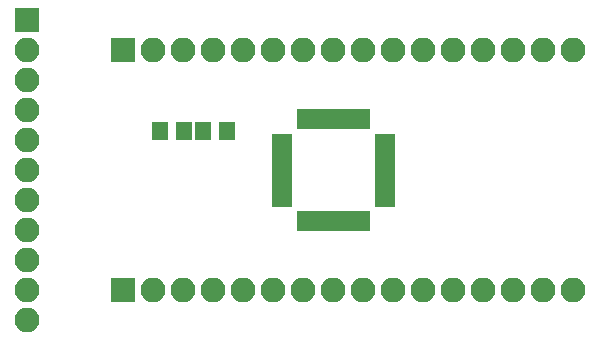
<source format=gbr>
G04 #@! TF.FileFunction,Soldermask,Top*
%FSLAX46Y46*%
G04 Gerber Fmt 4.6, Leading zero omitted, Abs format (unit mm)*
G04 Created by KiCad (PCBNEW 4.0.4-stable) date 05/29/18 15:17:11*
%MOMM*%
%LPD*%
G01*
G04 APERTURE LIST*
%ADD10C,0.100000*%
%ADD11R,1.400000X1.650000*%
%ADD12R,2.100000X2.100000*%
%ADD13O,2.100000X2.100000*%
%ADD14R,0.650000X1.700000*%
%ADD15R,1.700000X0.650000*%
G04 APERTURE END LIST*
D10*
D11*
X159150000Y-86550000D03*
X161150000Y-86550000D03*
X157500000Y-86550000D03*
X155500000Y-86550000D03*
D12*
X144200000Y-77175000D03*
D13*
X144200000Y-79715000D03*
X144200000Y-82255000D03*
X144200000Y-84795000D03*
X144200000Y-87335000D03*
X144200000Y-89875000D03*
X144200000Y-92415000D03*
X144200000Y-94955000D03*
X144200000Y-97495000D03*
X144200000Y-100035000D03*
X144200000Y-102575000D03*
D14*
X172900000Y-85490000D03*
X172400000Y-85490000D03*
X171900000Y-85490000D03*
X171400000Y-85490000D03*
X170900000Y-85490000D03*
X170400000Y-85490000D03*
X169900000Y-85490000D03*
X169400000Y-85490000D03*
X168900000Y-85490000D03*
X168400000Y-85490000D03*
X167900000Y-85490000D03*
X167400000Y-85490000D03*
D15*
X165800000Y-87090000D03*
X165800000Y-87590000D03*
X165800000Y-88090000D03*
X165800000Y-88590000D03*
X165800000Y-89090000D03*
X165800000Y-89590000D03*
X165800000Y-90090000D03*
X165800000Y-90590000D03*
X165800000Y-91090000D03*
X165800000Y-91590000D03*
X165800000Y-92090000D03*
X165800000Y-92590000D03*
D14*
X167400000Y-94190000D03*
X167900000Y-94190000D03*
X168400000Y-94190000D03*
X168900000Y-94190000D03*
X169400000Y-94190000D03*
X169900000Y-94190000D03*
X170400000Y-94190000D03*
X170900000Y-94190000D03*
X171400000Y-94190000D03*
X171900000Y-94190000D03*
X172400000Y-94190000D03*
X172900000Y-94190000D03*
D15*
X174500000Y-92590000D03*
X174500000Y-92090000D03*
X174500000Y-91590000D03*
X174500000Y-91090000D03*
X174500000Y-90590000D03*
X174500000Y-90090000D03*
X174500000Y-89590000D03*
X174500000Y-89090000D03*
X174500000Y-88590000D03*
X174500000Y-88090000D03*
X174500000Y-87590000D03*
X174500000Y-87090000D03*
D12*
X152340000Y-79680000D03*
D13*
X154880000Y-79680000D03*
X157420000Y-79680000D03*
X159960000Y-79680000D03*
X162500000Y-79680000D03*
X165040000Y-79680000D03*
X167580000Y-79680000D03*
X170120000Y-79680000D03*
X172660000Y-79680000D03*
X175200000Y-79680000D03*
X177740000Y-79680000D03*
X180280000Y-79680000D03*
X182820000Y-79680000D03*
X185360000Y-79680000D03*
X187900000Y-79680000D03*
X190440000Y-79680000D03*
D12*
X152340000Y-100000000D03*
D13*
X154880000Y-100000000D03*
X157420000Y-100000000D03*
X159960000Y-100000000D03*
X162500000Y-100000000D03*
X165040000Y-100000000D03*
X167580000Y-100000000D03*
X170120000Y-100000000D03*
X172660000Y-100000000D03*
X175200000Y-100000000D03*
X177740000Y-100000000D03*
X180280000Y-100000000D03*
X182820000Y-100000000D03*
X185360000Y-100000000D03*
X187900000Y-100000000D03*
X190440000Y-100000000D03*
M02*

</source>
